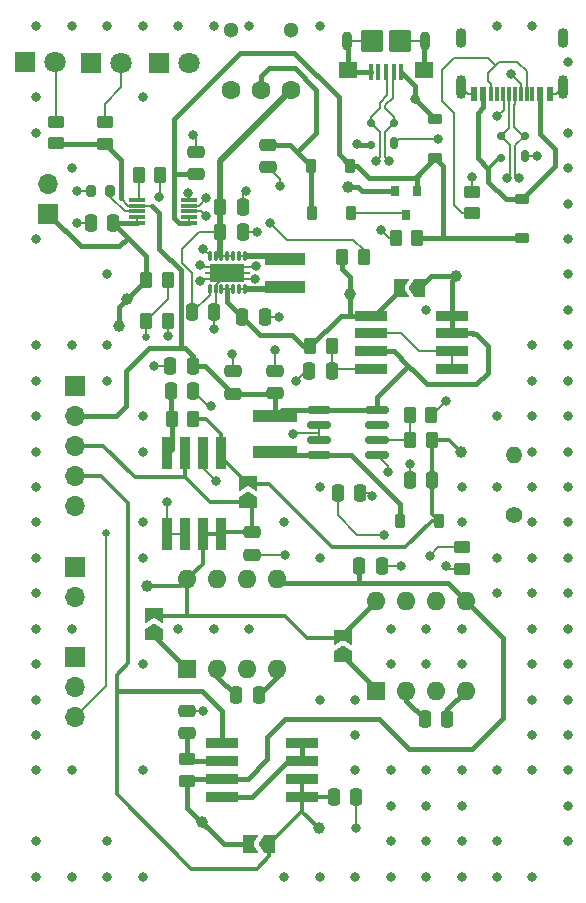
<source format=gbr>
%TF.GenerationSoftware,KiCad,Pcbnew,8.0.3*%
%TF.CreationDate,2024-07-14T14:59:13-06:00*%
%TF.ProjectId,PowerSupplyBoard,506f7765-7253-4757-9070-6c79426f6172,rev?*%
%TF.SameCoordinates,Original*%
%TF.FileFunction,Copper,L1,Top*%
%TF.FilePolarity,Positive*%
%FSLAX46Y46*%
G04 Gerber Fmt 4.6, Leading zero omitted, Abs format (unit mm)*
G04 Created by KiCad (PCBNEW 8.0.3) date 2024-07-14 14:59:13*
%MOMM*%
%LPD*%
G01*
G04 APERTURE LIST*
G04 Aperture macros list*
%AMRoundRect*
0 Rectangle with rounded corners*
0 $1 Rounding radius*
0 $2 $3 $4 $5 $6 $7 $8 $9 X,Y pos of 4 corners*
0 Add a 4 corners polygon primitive as box body*
4,1,4,$2,$3,$4,$5,$6,$7,$8,$9,$2,$3,0*
0 Add four circle primitives for the rounded corners*
1,1,$1+$1,$2,$3*
1,1,$1+$1,$4,$5*
1,1,$1+$1,$6,$7*
1,1,$1+$1,$8,$9*
0 Add four rect primitives between the rounded corners*
20,1,$1+$1,$2,$3,$4,$5,0*
20,1,$1+$1,$4,$5,$6,$7,0*
20,1,$1+$1,$6,$7,$8,$9,0*
20,1,$1+$1,$8,$9,$2,$3,0*%
%AMFreePoly0*
4,1,6,0.900000,0.000000,0.400000,-0.750000,-0.500000,-0.750000,-0.500000,0.750000,0.400000,0.750000,0.900000,0.000000,0.900000,0.000000,$1*%
%AMFreePoly1*
4,1,6,0.650000,-0.750000,-0.650000,-0.750000,-0.150000,0.000000,-0.650000,0.750000,0.650000,0.750000,0.650000,-0.750000,0.650000,-0.750000,$1*%
G04 Aperture macros list end*
%TA.AperFunction,SMDPad,CuDef*%
%ADD10R,0.600000X1.160000*%
%TD*%
%TA.AperFunction,SMDPad,CuDef*%
%ADD11R,0.300000X1.160000*%
%TD*%
%TA.AperFunction,ComponentPad*%
%ADD12O,0.900000X2.000000*%
%TD*%
%TA.AperFunction,ComponentPad*%
%ADD13O,0.900000X1.700000*%
%TD*%
%TA.AperFunction,ComponentPad*%
%ADD14R,1.600000X1.600000*%
%TD*%
%TA.AperFunction,ComponentPad*%
%ADD15O,1.600000X1.600000*%
%TD*%
%TA.AperFunction,SMDPad,CuDef*%
%ADD16RoundRect,0.075000X0.625000X0.075000X-0.625000X0.075000X-0.625000X-0.075000X0.625000X-0.075000X0*%
%TD*%
%TA.AperFunction,SMDPad,CuDef*%
%ADD17RoundRect,0.250000X0.262500X0.450000X-0.262500X0.450000X-0.262500X-0.450000X0.262500X-0.450000X0*%
%TD*%
%TA.AperFunction,ComponentPad*%
%ADD18O,1.700000X1.700000*%
%TD*%
%TA.AperFunction,ComponentPad*%
%ADD19R,1.700000X1.700000*%
%TD*%
%TA.AperFunction,SMDPad,CuDef*%
%ADD20RoundRect,0.225000X0.375000X-0.225000X0.375000X0.225000X-0.375000X0.225000X-0.375000X-0.225000X0*%
%TD*%
%TA.AperFunction,SMDPad,CuDef*%
%ADD21O,0.280000X0.850000*%
%TD*%
%TA.AperFunction,SMDPad,CuDef*%
%ADD22R,0.850000X0.280000*%
%TD*%
%TA.AperFunction,SMDPad,CuDef*%
%ADD23R,3.000000X1.540000*%
%TD*%
%TA.AperFunction,SMDPad,CuDef*%
%ADD24R,3.400000X0.980000*%
%TD*%
%TA.AperFunction,SMDPad,CuDef*%
%ADD25C,1.000000*%
%TD*%
%TA.AperFunction,SMDPad,CuDef*%
%ADD26FreePoly0,90.000000*%
%TD*%
%TA.AperFunction,SMDPad,CuDef*%
%ADD27FreePoly1,90.000000*%
%TD*%
%TA.AperFunction,SMDPad,CuDef*%
%ADD28RoundRect,0.250000X0.450000X-0.262500X0.450000X0.262500X-0.450000X0.262500X-0.450000X-0.262500X0*%
%TD*%
%TA.AperFunction,SMDPad,CuDef*%
%ADD29RoundRect,0.250000X0.475000X-0.250000X0.475000X0.250000X-0.475000X0.250000X-0.475000X-0.250000X0*%
%TD*%
%TA.AperFunction,SMDPad,CuDef*%
%ADD30FreePoly0,180.000000*%
%TD*%
%TA.AperFunction,SMDPad,CuDef*%
%ADD31FreePoly1,180.000000*%
%TD*%
%TA.AperFunction,SMDPad,CuDef*%
%ADD32R,0.950000X2.800000*%
%TD*%
%TA.AperFunction,SMDPad,CuDef*%
%ADD33RoundRect,0.250000X0.250000X0.475000X-0.250000X0.475000X-0.250000X-0.475000X0.250000X-0.475000X0*%
%TD*%
%TA.AperFunction,SMDPad,CuDef*%
%ADD34R,3.700000X1.100000*%
%TD*%
%TA.AperFunction,SMDPad,CuDef*%
%ADD35RoundRect,0.250000X-0.250000X-0.475000X0.250000X-0.475000X0.250000X0.475000X-0.250000X0.475000X0*%
%TD*%
%TA.AperFunction,ComponentPad*%
%ADD36R,1.800000X1.800000*%
%TD*%
%TA.AperFunction,ComponentPad*%
%ADD37C,1.800000*%
%TD*%
%TA.AperFunction,ComponentPad*%
%ADD38C,1.400000*%
%TD*%
%TA.AperFunction,ComponentPad*%
%ADD39O,1.400000X1.400000*%
%TD*%
%TA.AperFunction,SMDPad,CuDef*%
%ADD40RoundRect,0.250000X-0.262500X-0.450000X0.262500X-0.450000X0.262500X0.450000X-0.262500X0.450000X0*%
%TD*%
%TA.AperFunction,SMDPad,CuDef*%
%ADD41RoundRect,0.175000X0.175000X0.325000X-0.175000X0.325000X-0.175000X-0.325000X0.175000X-0.325000X0*%
%TD*%
%TA.AperFunction,SMDPad,CuDef*%
%ADD42RoundRect,0.150000X0.200000X0.150000X-0.200000X0.150000X-0.200000X-0.150000X0.200000X-0.150000X0*%
%TD*%
%TA.AperFunction,SMDPad,CuDef*%
%ADD43RoundRect,0.200000X0.200000X0.275000X-0.200000X0.275000X-0.200000X-0.275000X0.200000X-0.275000X0*%
%TD*%
%TA.AperFunction,SMDPad,CuDef*%
%ADD44RoundRect,0.225000X-0.225000X-0.375000X0.225000X-0.375000X0.225000X0.375000X-0.225000X0.375000X0*%
%TD*%
%TA.AperFunction,SMDPad,CuDef*%
%ADD45RoundRect,0.250000X-0.475000X0.250000X-0.475000X-0.250000X0.475000X-0.250000X0.475000X0.250000X0*%
%TD*%
%TA.AperFunction,SMDPad,CuDef*%
%ADD46RoundRect,0.225000X0.225000X0.375000X-0.225000X0.375000X-0.225000X-0.375000X0.225000X-0.375000X0*%
%TD*%
%TA.AperFunction,SMDPad,CuDef*%
%ADD47RoundRect,0.100000X0.100000X0.575000X-0.100000X0.575000X-0.100000X-0.575000X0.100000X-0.575000X0*%
%TD*%
%TA.AperFunction,ComponentPad*%
%ADD48O,0.900000X1.600000*%
%TD*%
%TA.AperFunction,SMDPad,CuDef*%
%ADD49RoundRect,0.250000X0.550000X0.450000X-0.550000X0.450000X-0.550000X-0.450000X0.550000X-0.450000X0*%
%TD*%
%TA.AperFunction,SMDPad,CuDef*%
%ADD50RoundRect,0.250000X0.700000X0.700000X-0.700000X0.700000X-0.700000X-0.700000X0.700000X-0.700000X0*%
%TD*%
%TA.AperFunction,SMDPad,CuDef*%
%ADD51RoundRect,0.150000X0.825000X0.150000X-0.825000X0.150000X-0.825000X-0.150000X0.825000X-0.150000X0*%
%TD*%
%TA.AperFunction,SMDPad,CuDef*%
%ADD52RoundRect,0.250000X-0.450000X0.262500X-0.450000X-0.262500X0.450000X-0.262500X0.450000X0.262500X0*%
%TD*%
%TA.AperFunction,SMDPad,CuDef*%
%ADD53R,2.800000X0.950000*%
%TD*%
%TA.AperFunction,ComponentPad*%
%ADD54C,1.300000*%
%TD*%
%TA.AperFunction,ComponentPad*%
%ADD55C,1.600000*%
%TD*%
%TA.AperFunction,SMDPad,CuDef*%
%ADD56R,0.800000X0.900000*%
%TD*%
%TA.AperFunction,ViaPad*%
%ADD57C,1.000000*%
%TD*%
%TA.AperFunction,ViaPad*%
%ADD58C,0.800000*%
%TD*%
%TA.AperFunction,ViaPad*%
%ADD59C,0.650000*%
%TD*%
%TA.AperFunction,Conductor*%
%ADD60C,0.450000*%
%TD*%
%TA.AperFunction,Conductor*%
%ADD61C,0.200000*%
%TD*%
%TA.AperFunction,Conductor*%
%ADD62C,0.170180*%
%TD*%
%TA.AperFunction,Conductor*%
%ADD63C,0.350000*%
%TD*%
%TA.AperFunction,Conductor*%
%ADD64C,0.500000*%
%TD*%
G04 APERTURE END LIST*
D10*
%TO.P,J103,A1,GND*%
%TO.N,GND*%
X46400000Y-6860001D03*
%TO.P,J103,A4,VBUS*%
%TO.N,Net-(D107-A)*%
X45600000Y-6860001D03*
D11*
%TO.P,J103,A5,CC1*%
%TO.N,Net-(J103-CC1)*%
X44450000Y-6860001D03*
%TO.P,J103,A6,D+*%
%TO.N,USBC_D+*%
X43450000Y-6860001D03*
%TO.P,J103,A7,D-*%
%TO.N,USBC_D-*%
X42950000Y-6860001D03*
%TO.P,J103,A8,SBU1*%
%TO.N,unconnected-(J103-SBU1-PadA8)*%
X41950000Y-6860001D03*
D10*
%TO.P,J103,A9,VBUS*%
%TO.N,Net-(D107-A)*%
X40800000Y-6860001D03*
%TO.P,J103,A12,GND*%
%TO.N,GND*%
X40000000Y-6860001D03*
%TO.P,J103,B1,GND*%
X40000000Y-6860001D03*
%TO.P,J103,B4,VBUS*%
%TO.N,Net-(D107-A)*%
X40800000Y-6860001D03*
D11*
%TO.P,J103,B5,CC2*%
%TO.N,Net-(J103-CC1)*%
X41450000Y-6860001D03*
%TO.P,J103,B6,D+*%
%TO.N,USBC_D+*%
X42450000Y-6860001D03*
%TO.P,J103,B7,D-*%
%TO.N,USBC_D-*%
X43950000Y-6860001D03*
%TO.P,J103,B8,SBU2*%
%TO.N,unconnected-(J103-SBU2-PadB8)*%
X44950000Y-6860001D03*
D10*
%TO.P,J103,B9,VBUS*%
%TO.N,Net-(D107-A)*%
X45600000Y-6860001D03*
%TO.P,J103,B12,GND*%
%TO.N,GND*%
X46400000Y-6860001D03*
D12*
%TO.P,J103,S1,SHIELD*%
X47520000Y-6280001D03*
D13*
X47520000Y-2110001D03*
D12*
X38880000Y-6280001D03*
D13*
X38880000Y-2110001D03*
%TD*%
D14*
%TO.P,U103,1,BOOST*%
%TO.N,Net-(JP102-A)*%
X15740000Y-55540000D03*
D15*
%TO.P,U103,2,CAP+*%
%TO.N,Net-(U103-CAP+)*%
X18280000Y-55540000D03*
%TO.P,U103,3,GND*%
%TO.N,GND*%
X20819999Y-55540000D03*
%TO.P,U103,4,CAP-*%
%TO.N,Net-(U103-CAP-)*%
X23360000Y-55540000D03*
%TO.P,U103,5,VOUT*%
%TO.N,-12VA*%
X23360000Y-47920000D03*
%TO.P,U103,6,LV*%
%TO.N,unconnected-(U103-LV-Pad6)*%
X20820000Y-47920000D03*
%TO.P,U103,7,OSC*%
%TO.N,unconnected-(U103-OSC-Pad7)*%
X18280000Y-47920000D03*
%TO.P,U103,8,V+*%
%TO.N,+12V*%
X15740000Y-47920000D03*
%TD*%
D16*
%TO.P,U102,1,VDD*%
%TO.N,VDD*%
X15860000Y-17790000D03*
%TO.P,U102,2,VDD*%
X15860000Y-17290000D03*
%TO.P,U102,3,STAT1*%
%TO.N,Net-(D102-K)*%
X15860000Y-16790000D03*
%TO.P,U102,4,STAT2*%
%TO.N,Net-(D101-K)*%
X15860000Y-16290000D03*
%TO.P,U102,5,VSS*%
%TO.N,GND*%
X15860000Y-15790000D03*
%TO.P,U102,6,PROG*%
%TO.N,Net-(U102-PROG)*%
X11460000Y-15790000D03*
%TO.P,U102,7,TE*%
%TO.N,+3.3V*%
X11460000Y-16290000D03*
%TO.P,U102,8,THERM*%
%TO.N,Net-(U102-THERM)*%
X11460000Y-16790000D03*
%TO.P,U102,9,VBATT*%
%TO.N,VBATT*%
X11460000Y-17290000D03*
%TO.P,U102,10,VBATT*%
X11460000Y-17790000D03*
%TD*%
D17*
%TO.P,R102,1*%
%TO.N,VDD*%
X35197500Y-19065000D03*
%TO.P,R102,2*%
%TO.N,GND*%
X33372500Y-19065000D03*
%TD*%
D18*
%TO.P,J105,3,Pin_3*%
%TO.N,BATT_REF*%
X6200000Y-59555000D03*
%TO.P,J105,2,Pin_2*%
%TO.N,USBC_D+*%
X6200000Y-57015000D03*
D19*
%TO.P,J105,1,Pin_1*%
%TO.N,USBC_D-*%
X6200000Y-54475000D03*
%TD*%
D20*
%TO.P,D107,1,K*%
%TO.N,VDD*%
X44080000Y-19050000D03*
%TO.P,D107,2,A*%
%TO.N,Net-(D107-A)*%
X44080000Y-15750000D03*
%TD*%
D19*
%TO.P,J101,1,Pin_1*%
%TO.N,VBATT*%
X3950000Y-17000000D03*
D18*
%TO.P,J101,2,Pin_2*%
%TO.N,GND*%
X3950000Y-14460000D03*
%TD*%
D21*
%TO.P,U101,1,VINA*%
%TO.N,V_PWR*%
X17619999Y-23390000D03*
%TO.P,U101,2,GND*%
%TO.N,GND*%
X18119999Y-23390000D03*
%TO.P,U101,3,FB*%
%TO.N,+3.3VP*%
X18620000Y-23390000D03*
%TO.P,U101,4,VOUT*%
X19119999Y-23390000D03*
%TO.P,U101,5,VOUT*%
X19619998Y-23390000D03*
%TO.P,U101,6,L2*%
%TO.N,Net-(L101-Pad2)*%
X20119999Y-23390000D03*
%TO.P,U101,7,L2*%
X20619999Y-23390000D03*
%TO.P,U101,8,L1*%
%TO.N,Net-(L101-Pad1)*%
X20619999Y-20590000D03*
%TO.P,U101,9,L1*%
X20119999Y-20590000D03*
%TO.P,U101,10,VIN*%
%TO.N,V_PWR*%
X19619998Y-20590000D03*
%TO.P,U101,11,VIN*%
X19119999Y-20590000D03*
%TO.P,U101,12,EN*%
X18620000Y-20590000D03*
%TO.P,U101,13,PSSYNC*%
X18119999Y-20590000D03*
%TO.P,U101,14,PG*%
%TO.N,Net-(D105-K)*%
X17619999Y-20590000D03*
D22*
%TO.P,U101,15,PGND*%
%TO.N,GND*%
X17619999Y-22490000D03*
X20619999Y-22490000D03*
X17619998Y-21990000D03*
D23*
X19120000Y-21990000D03*
D22*
X20619999Y-21990000D03*
X17619999Y-21490000D03*
X20619999Y-21490000D03*
%TD*%
D24*
%TO.P,L101,1,1*%
%TO.N,Net-(L101-Pad1)*%
X24020000Y-20829999D03*
%TO.P,L101,2,2*%
%TO.N,Net-(L101-Pad2)*%
X24020000Y-23200001D03*
%TD*%
D25*
%TO.P,TP101,1,1*%
%TO.N,+3.3V*%
X38465000Y-22295000D03*
%TD*%
D26*
%TO.P,JP103,1,A*%
%TO.N,Net-(JP103-A)*%
X28892500Y-54419999D03*
D27*
%TO.P,JP103,2,B*%
%TO.N,+12V*%
X28892500Y-52920000D03*
%TD*%
D28*
%TO.P,R114,1*%
%TO.N,Net-(J103-CC1)*%
X39850000Y-16942500D03*
%TO.P,R114,2*%
%TO.N,GND*%
X39850000Y-15117500D03*
%TD*%
D29*
%TO.P,C117,1*%
%TO.N,Net-(Q103B-B2)*%
X15725000Y-60949999D03*
%TO.P,C117,2*%
%TO.N,GND*%
X15725000Y-59050001D03*
%TD*%
D30*
%TO.P,JP105,1,A*%
%TO.N,-12V*%
X22624999Y-70350000D03*
D31*
%TO.P,JP105,2,B*%
%TO.N,-12VA*%
X21125000Y-70350000D03*
%TD*%
D28*
%TO.P,R112,1*%
%TO.N,-12VA*%
X15711500Y-64987500D03*
%TO.P,R112,2*%
%TO.N,Net-(Q103B-B2)*%
X15711500Y-63162500D03*
%TD*%
D32*
%TO.P,Q104,1,C1*%
%TO.N,Net-(Q104B-B2)*%
X13995000Y-44063501D03*
%TO.P,Q104,2,C1*%
X15515000Y-44063501D03*
%TO.P,Q104,3,C2*%
%TO.N,+12V*%
X17035000Y-44063501D03*
%TO.P,Q104,4,C2*%
X18555000Y-44063501D03*
%TO.P,Q104,5,E2*%
%TO.N,+12VA*%
X18555000Y-37263501D03*
%TO.P,Q104,6,B2*%
%TO.N,Net-(Q104B-B2)*%
X17035000Y-37263501D03*
%TO.P,Q104,7,E1*%
%TO.N,+12V*%
X15515000Y-37263501D03*
%TO.P,Q104,8,B1*%
%TO.N,Net-(Q104A-B1)*%
X13995000Y-37263501D03*
%TD*%
D25*
%TO.P,TP104,1,1*%
%TO.N,-12VA*%
X16970000Y-68480000D03*
%TD*%
D17*
%TO.P,R110,1*%
%TO.N,+12VA*%
X36422500Y-36135000D03*
%TO.P,R110,2*%
%TO.N,Net-(U105-FB)*%
X34597500Y-36135000D03*
%TD*%
D33*
%TO.P,C103,1*%
%TO.N,Net-(Q102A-B1)*%
X27969999Y-30315000D03*
%TO.P,C103,2*%
%TO.N,GND*%
X26070001Y-30315000D03*
%TD*%
D34*
%TO.P,L102,1,1*%
%TO.N,Net-(D106-A)*%
X23165000Y-37145000D03*
%TO.P,L102,2,2*%
%TO.N,+3.3V*%
X23165000Y-34145000D03*
%TD*%
D35*
%TO.P,C112,1*%
%TO.N,Net-(U104-CAP+)*%
X35852501Y-59800000D03*
%TO.P,C112,2*%
%TO.N,Net-(U104-CAP-)*%
X37752499Y-59800000D03*
%TD*%
D25*
%TO.P,TP106,1,1*%
%TO.N,-12V*%
X26850000Y-69020000D03*
%TD*%
D36*
%TO.P,D102,1,K*%
%TO.N,Net-(D102-K)*%
X7600000Y-4225000D03*
D37*
%TO.P,D102,2,A*%
%TO.N,Net-(D102-A)*%
X10140000Y-4225000D03*
%TD*%
D35*
%TO.P,C113,1*%
%TO.N,-12VA*%
X30280001Y-46830000D03*
%TO.P,C113,2*%
%TO.N,GND*%
X32179999Y-46830000D03*
%TD*%
%TO.P,C104,1*%
%TO.N,V_PWR*%
X16120000Y-25340000D03*
%TO.P,C104,2*%
%TO.N,GND*%
X18019998Y-25340000D03*
%TD*%
%TO.P,C101,1*%
%TO.N,V_PWR*%
X18520000Y-18540000D03*
%TO.P,C101,2*%
%TO.N,GND*%
X20420000Y-18540000D03*
%TD*%
D38*
%TO.P,R115,1*%
%TO.N,GND*%
X43375000Y-42454999D03*
D39*
%TO.P,R115,2*%
X43375000Y-37375000D03*
%TD*%
D40*
%TO.P,R106,1*%
%TO.N,Net-(U102-PROG)*%
X11607500Y-13680000D03*
%TO.P,R106,2*%
%TO.N,GND*%
X13432500Y-13680000D03*
%TD*%
D36*
%TO.P,D101,1,K*%
%TO.N,Net-(D101-K)*%
X1950000Y-4175000D03*
D37*
%TO.P,D101,2,A*%
%TO.N,Net-(D101-A)*%
X4490000Y-4175000D03*
%TD*%
D41*
%TO.P,D109,1,A*%
%TO.N,GND*%
X44280000Y-12090000D03*
D42*
%TO.P,D109,2,K*%
%TO.N,USBC_D+*%
X44280000Y-10390000D03*
%TO.P,D109,3,K*%
%TO.N,USBC_D-*%
X42280000Y-10390000D03*
%TO.P,D109,4,K*%
%TO.N,Net-(D107-A)*%
X42280000Y-12290000D03*
%TD*%
D29*
%TO.P,C106,1*%
%TO.N,VDD*%
X16470000Y-13649999D03*
%TO.P,C106,2*%
%TO.N,GND*%
X16470000Y-11750001D03*
%TD*%
D35*
%TO.P,C108,1*%
%TO.N,+3.3VP*%
X20395000Y-25740000D03*
%TO.P,C108,2*%
%TO.N,GND*%
X22294998Y-25740000D03*
%TD*%
D43*
%TO.P,TH101,1*%
%TO.N,Net-(U102-THERM)*%
X9185000Y-15055000D03*
%TO.P,TH101,2*%
%TO.N,GND*%
X7535000Y-15055000D03*
%TD*%
D25*
%TO.P,TP103,1,1*%
%TO.N,VBATT*%
X9960000Y-26470000D03*
%TD*%
D44*
%TO.P,D104,1,K*%
%TO.N,VCC*%
X26287500Y-16895000D03*
%TO.P,D104,2,A*%
%TO.N,Net-(D104-A)*%
X29587500Y-16895000D03*
%TD*%
D19*
%TO.P,J104,1,Pin_1*%
%TO.N,GND*%
X6200000Y-31535000D03*
D18*
%TO.P,J104,2,Pin_2*%
%TO.N,+3.3V*%
X6200000Y-34075000D03*
%TO.P,J104,3,Pin_3*%
%TO.N,+12V*%
X6200000Y-36615000D03*
%TO.P,J104,4,Pin_4*%
%TO.N,-12V*%
X6200000Y-39155000D03*
%TO.P,J104,5,Pin_5*%
%TO.N,GND*%
X6200000Y-41695000D03*
%TD*%
D33*
%TO.P,C116,1*%
%TO.N,+12VA*%
X36469999Y-39510000D03*
%TO.P,C116,2*%
%TO.N,GND*%
X34570001Y-39510000D03*
%TD*%
D35*
%TO.P,C111,1*%
%TO.N,Net-(U103-CAP+)*%
X19860000Y-57770000D03*
%TO.P,C111,2*%
%TO.N,Net-(U103-CAP-)*%
X21760000Y-57770000D03*
%TD*%
D30*
%TO.P,JP101,1,A*%
%TO.N,+3.3V*%
X35364999Y-23280000D03*
D31*
%TO.P,JP101,2,B*%
%TO.N,+3.3VP*%
X33865000Y-23280000D03*
%TD*%
D45*
%TO.P,C119,1*%
%TO.N,+12V*%
X21225000Y-43950002D03*
%TO.P,C119,2*%
%TO.N,GND*%
X21225000Y-45850000D03*
%TD*%
D26*
%TO.P,JP104,1,A*%
%TO.N,+12V*%
X20875000Y-41400000D03*
D27*
%TO.P,JP104,2,B*%
%TO.N,+12VA*%
X20875000Y-39900001D03*
%TD*%
D46*
%TO.P,D106,1,K*%
%TO.N,+12VA*%
X37020000Y-42980000D03*
%TO.P,D106,2,A*%
%TO.N,Net-(D106-A)*%
X33720000Y-42980000D03*
%TD*%
D47*
%TO.P,J106,1,VBUS*%
%TO.N,Net-(D108-A)*%
X33850000Y-5000000D03*
%TO.P,J106,2,D-*%
%TO.N,USBM_D-*%
X33200000Y-5000000D03*
%TO.P,J106,3,D+*%
%TO.N,USBM_D+*%
X32550000Y-5000001D03*
%TO.P,J106,4,ID*%
%TO.N,unconnected-(J106-ID-Pad4)*%
X31900000Y-5000000D03*
%TO.P,J106,5,GND*%
%TO.N,GND*%
X31250000Y-5000000D03*
D48*
%TO.P,J106,6,Shield*%
X35849999Y-2325000D03*
D49*
X35750000Y-4775000D03*
D50*
X33750000Y-2325000D03*
X31350000Y-2325000D03*
D49*
X29350000Y-4775000D03*
D48*
X29250001Y-2325000D03*
%TD*%
D35*
%TO.P,C118,1*%
%TO.N,Net-(Q104A-B1)*%
X14325001Y-32000000D03*
%TO.P,C118,2*%
%TO.N,GND*%
X16224999Y-32000000D03*
%TD*%
D33*
%TO.P,C109,1*%
%TO.N,VBATT*%
X9459999Y-17785000D03*
%TO.P,C109,2*%
%TO.N,GND*%
X7560001Y-17785000D03*
%TD*%
D40*
%TO.P,R105,1*%
%TO.N,+3.3VP*%
X28837500Y-20680000D03*
%TO.P,R105,2*%
%TO.N,Net-(D105-A)*%
X30662500Y-20680000D03*
%TD*%
D51*
%TO.P,U105,1,Vc*%
%TO.N,Net-(U105-Vc)*%
X31785000Y-37390000D03*
%TO.P,U105,2,FB*%
%TO.N,Net-(U105-FB)*%
X31785000Y-36120000D03*
%TO.P,U105,3,Test*%
%TO.N,unconnected-(U105-Test-Pad3)*%
X31785000Y-34850000D03*
%TO.P,U105,4,SS*%
%TO.N,+3.3V*%
X31785000Y-33580000D03*
%TO.P,U105,5,Vcc*%
X26835000Y-33580000D03*
%TO.P,U105,6,AGND*%
%TO.N,GND*%
X26835000Y-34850000D03*
%TO.P,U105,7,PGND*%
X26835000Y-36120000D03*
%TO.P,U105,8,Vsw*%
%TO.N,Net-(D106-A)*%
X26835000Y-37390000D03*
%TD*%
D40*
%TO.P,R108,1*%
%TO.N,BATT_REF*%
X12267500Y-26055000D03*
%TO.P,R108,2*%
%TO.N,GND*%
X14092500Y-26055000D03*
%TD*%
D35*
%TO.P,C102,1*%
%TO.N,V_PWR*%
X18519999Y-16440000D03*
%TO.P,C102,2*%
%TO.N,GND*%
X20419999Y-16440000D03*
%TD*%
D33*
%TO.P,C107,1*%
%TO.N,+3.3V*%
X16179999Y-29840000D03*
%TO.P,C107,2*%
%TO.N,GND*%
X14280001Y-29840000D03*
%TD*%
D40*
%TO.P,R107,1*%
%TO.N,VBATT*%
X12257500Y-22560000D03*
%TO.P,R107,2*%
%TO.N,BATT_REF*%
X14082500Y-22560000D03*
%TD*%
D45*
%TO.P,C105,1*%
%TO.N,VCC*%
X22560000Y-11130001D03*
%TO.P,C105,2*%
%TO.N,GND*%
X22560000Y-13029999D03*
%TD*%
D28*
%TO.P,R101,1*%
%TO.N,+3.3V*%
X4620000Y-11022500D03*
%TO.P,R101,2*%
%TO.N,Net-(D101-A)*%
X4620000Y-9197500D03*
%TD*%
D20*
%TO.P,D108,1,K*%
%TO.N,VDD*%
X36730000Y-12277500D03*
%TO.P,D108,2,A*%
%TO.N,Net-(D108-A)*%
X36730000Y-8977500D03*
%TD*%
D28*
%TO.P,R104,1*%
%TO.N,+3.3V*%
X8730000Y-11042500D03*
%TO.P,R104,2*%
%TO.N,Net-(D102-A)*%
X8730000Y-9217500D03*
%TD*%
D52*
%TO.P,R109,1*%
%TO.N,Net-(C110-Pad2)*%
X39010000Y-45217500D03*
%TO.P,R109,2*%
%TO.N,GND*%
X39010000Y-47042500D03*
%TD*%
D14*
%TO.P,U104,1,BOOST*%
%TO.N,Net-(JP103-A)*%
X31722500Y-57350000D03*
D15*
%TO.P,U104,2,CAP+*%
%TO.N,Net-(U104-CAP+)*%
X34262500Y-57350000D03*
%TO.P,U104,3,GND*%
%TO.N,GND*%
X36802499Y-57350000D03*
%TO.P,U104,4,CAP-*%
%TO.N,Net-(U104-CAP-)*%
X39342500Y-57350000D03*
%TO.P,U104,5,VOUT*%
%TO.N,-12VA*%
X39342500Y-49730000D03*
%TO.P,U104,6,LV*%
%TO.N,unconnected-(U104-LV-Pad6)*%
X36802500Y-49730000D03*
%TO.P,U104,7,OSC*%
%TO.N,unconnected-(U104-OSC-Pad7)*%
X34262500Y-49730000D03*
%TO.P,U104,8,V+*%
%TO.N,+12V*%
X31722500Y-49730000D03*
%TD*%
D25*
%TO.P,TP102,1,1*%
%TO.N,+3.3VP*%
X29540000Y-23745000D03*
%TD*%
D36*
%TO.P,D105,1,K*%
%TO.N,Net-(D105-K)*%
X13300000Y-4225000D03*
D37*
%TO.P,D105,2,A*%
%TO.N,Net-(D105-A)*%
X15840000Y-4225000D03*
%TD*%
D40*
%TO.P,R103,1*%
%TO.N,+3.3VP*%
X26132500Y-28215000D03*
%TO.P,R103,2*%
%TO.N,Net-(Q102A-B1)*%
X27957500Y-28215000D03*
%TD*%
D53*
%TO.P,Q103,1,C1*%
%TO.N,-12V*%
X25425000Y-66355000D03*
%TO.P,Q103,2,C1*%
X25425000Y-64835000D03*
%TO.P,Q103,3,C2*%
%TO.N,Net-(Q103A-B1)*%
X25425000Y-63315000D03*
%TO.P,Q103,4,C2*%
X25425000Y-61795000D03*
%TO.P,Q103,5,E2*%
%TO.N,-12V*%
X18625000Y-61795000D03*
%TO.P,Q103,6,B2*%
%TO.N,Net-(Q103B-B2)*%
X18625000Y-63315000D03*
%TO.P,Q103,7,E1*%
%TO.N,-12VA*%
X18625000Y-64835000D03*
%TO.P,Q103,8,B1*%
%TO.N,Net-(Q103A-B1)*%
X18625000Y-66355000D03*
%TD*%
D54*
%TO.P,SW101,*%
%TO.N,*%
X24514201Y-1422101D03*
X19434201Y-1422100D03*
D55*
%TO.P,SW101,1,A*%
%TO.N,V_PWR*%
X24514201Y-6502100D03*
%TO.P,SW101,2,B*%
%TO.N,VCC*%
X21974201Y-6502100D03*
%TO.P,SW101,3,C*%
%TO.N,unconnected-(SW101-C-Pad3)*%
X19434202Y-6502100D03*
%TD*%
D56*
%TO.P,Q101,1,G*%
%TO.N,VDD*%
X35210000Y-15090000D03*
%TO.P,Q101,2,S*%
%TO.N,VBATT*%
X33310000Y-15090000D03*
%TO.P,Q101,3,D*%
%TO.N,Net-(D104-A)*%
X34260000Y-17090000D03*
%TD*%
D26*
%TO.P,JP102,1,A*%
%TO.N,Net-(JP102-A)*%
X12930000Y-52569999D03*
D27*
%TO.P,JP102,2,B*%
%TO.N,+12V*%
X12930000Y-51070000D03*
%TD*%
D25*
%TO.P,TP105,1,1*%
%TO.N,+12VA*%
X38930000Y-37185000D03*
%TD*%
D41*
%TO.P,D110,1,A*%
%TO.N,GND*%
X33250000Y-11000000D03*
D42*
%TO.P,D110,2,K*%
%TO.N,USBM_D-*%
X33250000Y-9300000D03*
%TO.P,D110,3,K*%
%TO.N,USBM_D+*%
X31250000Y-9300000D03*
%TO.P,D110,4,K*%
%TO.N,Net-(D108-A)*%
X31250000Y-11200000D03*
%TD*%
D29*
%TO.P,C114,1*%
%TO.N,+3.3V*%
X23190000Y-32184999D03*
%TO.P,C114,2*%
%TO.N,GND*%
X23190000Y-30285001D03*
%TD*%
D40*
%TO.P,R111,1*%
%TO.N,Net-(U105-FB)*%
X34572500Y-34035000D03*
%TO.P,R111,2*%
%TO.N,GND*%
X36397500Y-34035000D03*
%TD*%
D35*
%TO.P,C120,1*%
%TO.N,-12V*%
X28150000Y-66350000D03*
%TO.P,C120,2*%
%TO.N,GND*%
X30050000Y-66350000D03*
%TD*%
D17*
%TO.P,R113,1*%
%TO.N,+12VA*%
X16212500Y-34400000D03*
%TO.P,R113,2*%
%TO.N,Net-(Q104A-B1)*%
X14387500Y-34400000D03*
%TD*%
D53*
%TO.P,Q102,1,C1*%
%TO.N,Net-(Q102B-B2)*%
X38103500Y-30160000D03*
%TO.P,Q102,2,C1*%
X38103500Y-28640000D03*
%TO.P,Q102,3,C2*%
%TO.N,+3.3V*%
X38103500Y-27120000D03*
%TO.P,Q102,4,C2*%
X38103500Y-25600000D03*
%TO.P,Q102,5,E2*%
%TO.N,+3.3VP*%
X31303500Y-25600000D03*
%TO.P,Q102,6,B2*%
%TO.N,Net-(Q102B-B2)*%
X31303500Y-27120000D03*
%TO.P,Q102,7,E1*%
%TO.N,+3.3V*%
X31303500Y-28640000D03*
%TO.P,Q102,8,B1*%
%TO.N,Net-(Q102A-B1)*%
X31303500Y-30160000D03*
%TD*%
D33*
%TO.P,C110,1*%
%TO.N,Net-(U105-Vc)*%
X30379999Y-40660000D03*
%TO.P,C110,2*%
%TO.N,Net-(C110-Pad2)*%
X28480001Y-40660000D03*
%TD*%
D29*
%TO.P,C115,1*%
%TO.N,+3.3V*%
X19565000Y-32209999D03*
%TO.P,C115,2*%
%TO.N,GND*%
X19565000Y-30310001D03*
%TD*%
D44*
%TO.P,D103,1,K*%
%TO.N,VCC*%
X26212500Y-12920000D03*
%TO.P,D103,2,A*%
%TO.N,VDD*%
X29512500Y-12920000D03*
%TD*%
D25*
%TO.P,TP107,1,1*%
%TO.N,+12V*%
X12340000Y-48470000D03*
%TD*%
D19*
%TO.P,J102,1,Pin_1*%
%TO.N,USBM_D+*%
X6200000Y-46915000D03*
D18*
%TO.P,J102,2,Pin_2*%
%TO.N,USBM_D-*%
X6200000Y-49455000D03*
%TD*%
D57*
%TO.N,VBATT*%
X29350000Y-14750000D03*
D58*
%TO.N,USBM_D+*%
X31725000Y-12500000D03*
%TO.N,USBM_D-*%
X32775000Y-12500000D03*
%TO.N,GND*%
X36975000Y-10625000D03*
%TO.N,Net-(D108-A)*%
X30100000Y-11050000D03*
%TO.N,GND*%
X47950000Y-70119999D03*
X47950000Y-67119999D03*
X47950000Y-64119999D03*
X47950000Y-61119999D03*
X47950000Y-58119999D03*
X47950000Y-55119999D03*
X47950000Y-52119999D03*
X47950000Y-49119999D03*
X47950000Y-46119999D03*
X47950000Y-43119999D03*
X47950000Y-40119999D03*
X47950000Y-37119999D03*
X47950000Y-34119999D03*
X47950000Y-31119999D03*
X47950000Y-28119999D03*
X47950000Y-25119999D03*
X47950000Y-22119999D03*
X47950000Y-19119999D03*
X47950000Y-16119999D03*
X47950000Y-13119999D03*
X47950000Y-10119999D03*
X47950000Y-4119999D03*
X44950000Y-73119999D03*
X44950000Y-64119999D03*
X44950000Y-61119999D03*
X44950000Y-58119999D03*
X44950000Y-55119999D03*
X44950000Y-52119999D03*
X44950000Y-49119999D03*
X44950000Y-46119999D03*
X44950000Y-43119999D03*
X44950000Y-40119999D03*
X44950000Y-37119999D03*
X44950000Y-34119999D03*
X44950000Y-31119999D03*
X44950000Y-28119999D03*
X44950000Y-1119999D03*
X41950000Y-73119999D03*
X41950000Y-70119999D03*
X41950000Y-64119999D03*
X41950000Y-49119999D03*
X41950000Y-46119999D03*
X41950000Y-40119999D03*
X41950000Y-34119999D03*
X41950000Y-1119999D03*
X38950000Y-73119999D03*
X38950000Y-70119999D03*
X38950000Y-67119999D03*
X38950000Y-64119999D03*
X38950000Y-55119999D03*
X38950000Y-52119999D03*
X38950000Y-43119999D03*
X38950000Y-40119999D03*
X35950000Y-73119999D03*
X35950000Y-70119999D03*
X35950000Y-67119999D03*
X35950000Y-64119999D03*
X35950000Y-55119999D03*
X35950000Y-52119999D03*
X35950000Y-25119999D03*
X32950000Y-73119999D03*
X32950000Y-70119999D03*
X32950000Y-67119999D03*
X32950000Y-64119999D03*
X32950000Y-55119999D03*
X32950000Y-52119999D03*
X29950000Y-73119999D03*
X29950000Y-64119999D03*
X29950000Y-61119999D03*
X29950000Y-58119999D03*
X26950000Y-73119999D03*
X26950000Y-58119999D03*
X26950000Y-46119999D03*
X26950000Y-40119999D03*
X26950000Y-1119999D03*
X23950000Y-73119999D03*
X23950000Y-43119999D03*
X20950000Y-52119999D03*
X20950000Y-1119999D03*
X17950000Y-52119999D03*
X17950000Y-1119999D03*
X14950000Y-52119999D03*
X14950000Y-1119999D03*
X11950000Y-73119999D03*
X11950000Y-64119999D03*
X11950000Y-55119999D03*
X11950000Y-46119999D03*
X11950000Y-43119999D03*
X11950000Y-37119999D03*
X11950000Y-34119999D03*
X11950000Y-7119999D03*
X11950000Y-1119999D03*
X8950000Y-73119999D03*
X8950000Y-70119999D03*
X8950000Y-31119999D03*
X8950000Y-28119999D03*
X8950000Y-22119999D03*
X8950000Y-1119999D03*
X5950000Y-73119999D03*
X5950000Y-64119999D03*
X5950000Y-52119999D03*
X5950000Y-28119999D03*
X5950000Y-13119999D03*
X5950000Y-1119999D03*
X2950000Y-73119999D03*
X2950000Y-70119999D03*
X2950000Y-64119999D03*
X2950000Y-61119999D03*
X2950000Y-58119999D03*
X2950000Y-55119999D03*
X2950000Y-52119999D03*
X2950000Y-49119999D03*
X2950000Y-46119999D03*
X2950000Y-43119999D03*
X2950000Y-40119999D03*
X2950000Y-37119999D03*
X2950000Y-34119999D03*
X2950000Y-31119999D03*
X2950000Y-28119999D03*
X2950000Y-19119999D03*
X2950000Y-10119999D03*
X2950000Y-7119999D03*
X2950000Y-1119999D03*
D59*
%TO.N,BATT_REF*%
X8820000Y-44010000D03*
D58*
%TO.N,Net-(D108-A)*%
X34996250Y-7243750D03*
%TO.N,Net-(Q104B-B2)*%
X13980000Y-41420000D03*
X18170000Y-39630000D03*
%TO.N,GND*%
X6370000Y-15040000D03*
X6410000Y-17790000D03*
%TO.N,Net-(U105-Vc)*%
X31400000Y-40880000D03*
%TO.N,GND*%
X37600000Y-46790000D03*
%TO.N,Net-(C110-Pad2)*%
X32420000Y-44170000D03*
X36260000Y-45940000D03*
%TO.N,GND*%
X33810000Y-46830000D03*
X24030000Y-45850000D03*
X17060000Y-59060000D03*
X30050000Y-68970000D03*
X37650000Y-32810000D03*
X34570000Y-38140000D03*
%TO.N,Net-(U105-Vc)*%
X32710000Y-38880000D03*
%TO.N,GND*%
X24710000Y-35600000D03*
X24900000Y-31180000D03*
X23170000Y-28520000D03*
X19550000Y-28900000D03*
X17760000Y-33270000D03*
X12940000Y-29850000D03*
X15800000Y-15230000D03*
X16170000Y-10290000D03*
X13350000Y-15540000D03*
%TO.N,Net-(D102-K)*%
X17270000Y-17210000D03*
%TO.N,Net-(D101-K)*%
X17320000Y-15680000D03*
%TO.N,GND*%
X23560000Y-14670000D03*
X20720000Y-15060000D03*
%TO.N,Net-(D105-A)*%
X22740000Y-17800000D03*
%TO.N,GND*%
X21610000Y-18540000D03*
%TO.N,Net-(D105-K)*%
X17060000Y-19930000D03*
%TO.N,GND*%
X16830000Y-22670000D03*
X16840000Y-21290000D03*
X21490000Y-22500000D03*
X21540000Y-21440000D03*
X23480000Y-25740000D03*
D57*
%TO.N,VBATT*%
X10628750Y-24188750D03*
D59*
%TO.N,BATT_REF*%
X12260000Y-27460000D03*
D58*
%TO.N,GND*%
X14080000Y-27300000D03*
X18020000Y-26780000D03*
X32110000Y-18360000D03*
X39870000Y-13880000D03*
%TO.N,USBC_D+*%
X43831373Y-13948630D03*
%TO.N,USBC_D-*%
X42831429Y-13959468D03*
%TO.N,GND*%
X45370000Y-12090000D03*
%TO.N,USBC_D+*%
X41950000Y-8710000D03*
%TO.N,USBC_D-*%
X43110000Y-5130000D03*
%TD*%
D60*
%TO.N,VBATT*%
X29350000Y-14750000D02*
X30175000Y-14750000D01*
X30515000Y-15090000D02*
X33310000Y-15090000D01*
X30175000Y-14750000D02*
X30515000Y-15090000D01*
D61*
%TO.N,USBM_D+*%
X31250000Y-9300000D02*
X32024999Y-10074999D01*
%TO.N,USBM_D-*%
X32475001Y-12200001D02*
X32775000Y-12500000D01*
%TO.N,USBM_D+*%
X32024999Y-10074999D02*
X32024999Y-12200001D01*
X32024999Y-12200001D02*
X31725000Y-12500000D01*
%TO.N,USBM_D-*%
X33250000Y-9300000D02*
X32475001Y-10074999D01*
X32475001Y-10074999D02*
X32475001Y-12200001D01*
%TO.N,USBM_D+*%
X32025000Y-7581800D02*
X32025000Y-7999999D01*
X32025000Y-7999999D02*
X31250000Y-8774999D01*
X31250000Y-8774999D02*
X31250000Y-9300000D01*
%TO.N,USBM_D-*%
X32475000Y-7768200D02*
X32475000Y-7999999D01*
X32475000Y-7999999D02*
X33250000Y-8774999D01*
X33100000Y-7143200D02*
X32475000Y-7768200D01*
%TO.N,USBM_D+*%
X32649999Y-6956801D02*
X32025000Y-7581800D01*
%TO.N,USBM_D-*%
X33250000Y-8774999D02*
X33250000Y-9300000D01*
%TO.N,USBM_D+*%
X32550000Y-5000001D02*
X32649999Y-5100000D01*
%TO.N,USBM_D-*%
X33100000Y-5100000D02*
X33100000Y-7143200D01*
%TO.N,USBM_D+*%
X32649999Y-5100000D02*
X32649999Y-6956801D01*
%TO.N,USBM_D-*%
X33200000Y-5000000D02*
X33100000Y-5100000D01*
%TO.N,GND*%
X33625000Y-10625000D02*
X36975000Y-10625000D01*
X33250000Y-11000000D02*
X33625000Y-10625000D01*
D60*
%TO.N,Net-(D108-A)*%
X30250000Y-11200000D02*
X30100000Y-11050000D01*
X31250000Y-11200000D02*
X30250000Y-11200000D01*
X34996250Y-7243750D02*
X34996250Y-6146250D01*
X34996250Y-6146250D02*
X33850000Y-5000000D01*
%TO.N,VDD*%
X29512500Y-12920000D02*
X30060000Y-12920000D01*
X30060000Y-12920000D02*
X30060000Y-12940000D01*
X30060000Y-12940000D02*
X31070000Y-13950000D01*
X35057500Y-13950000D02*
X35618750Y-13388750D01*
X31070000Y-13950000D02*
X35057500Y-13950000D01*
X20170000Y-3390000D02*
X24790000Y-3390000D01*
X24790000Y-3390000D02*
X28540000Y-7140000D01*
X14602589Y-8957411D02*
X20170000Y-3390000D01*
X28540000Y-7140000D02*
X28540000Y-11947500D01*
X14602589Y-13807411D02*
X14602589Y-8957411D01*
X28540000Y-11947500D02*
X29512500Y-12920000D01*
%TO.N,VCC*%
X24810000Y-4660000D02*
X26620000Y-6470000D01*
X21974201Y-5335799D02*
X22650000Y-4660000D01*
X22650000Y-4660000D02*
X24810000Y-4660000D01*
X26620000Y-6470000D02*
X26620000Y-10160000D01*
X21974201Y-6502100D02*
X21974201Y-5335799D01*
X26620000Y-10160000D02*
X25036250Y-11743750D01*
D61*
%TO.N,BATT_REF*%
X8820000Y-56935000D02*
X8820000Y-44010000D01*
D60*
%TO.N,Net-(D108-A)*%
X34996250Y-7243750D02*
X36730000Y-8977500D01*
D61*
%TO.N,Net-(Q104B-B2)*%
X13995000Y-41435000D02*
X13980000Y-41420000D01*
X13995000Y-44063501D02*
X13995000Y-41435000D01*
X17035000Y-37263501D02*
X17035000Y-38495000D01*
X17035000Y-38495000D02*
X18170000Y-39630000D01*
%TO.N,GND*%
X6385000Y-15055000D02*
X6370000Y-15040000D01*
X7535000Y-15055000D02*
X6385000Y-15055000D01*
X6415000Y-17785000D02*
X6410000Y-17790000D01*
X7560001Y-17785000D02*
X6415000Y-17785000D01*
%TO.N,Net-(U105-Vc)*%
X30379999Y-40660000D02*
X31180000Y-40660000D01*
X31180000Y-40660000D02*
X31400000Y-40880000D01*
%TO.N,GND*%
X37852500Y-47042500D02*
X37600000Y-46790000D01*
X39010000Y-47042500D02*
X37852500Y-47042500D01*
%TO.N,Net-(C110-Pad2)*%
X30120000Y-44170000D02*
X32420000Y-44170000D01*
X36982500Y-45217500D02*
X36260000Y-45940000D01*
%TO.N,GND*%
X32179999Y-46830000D02*
X33810000Y-46830000D01*
X21225000Y-45850000D02*
X24030000Y-45850000D01*
X17050001Y-59050001D02*
X17060000Y-59060000D01*
X15725000Y-59050001D02*
X17050001Y-59050001D01*
X30050000Y-66350000D02*
X30050000Y-68970000D01*
X36425000Y-34035000D02*
X37650000Y-32810000D01*
X36397500Y-34035000D02*
X36425000Y-34035000D01*
X34570001Y-38140001D02*
X34570000Y-38140000D01*
X34570001Y-39510000D02*
X34570001Y-38140001D01*
%TO.N,Net-(U105-Vc)*%
X32710000Y-38315000D02*
X32710000Y-38880000D01*
%TO.N,GND*%
X24730000Y-35580000D02*
X24710000Y-35600000D01*
X26835000Y-35580000D02*
X24730000Y-35580000D01*
X26835000Y-36120000D02*
X26835000Y-35580000D01*
X26835000Y-35580000D02*
X26835000Y-34850000D01*
X25765000Y-30315000D02*
X24900000Y-31180000D01*
X26070001Y-30315000D02*
X25765000Y-30315000D01*
X23190000Y-28540000D02*
X23170000Y-28520000D01*
X23190000Y-30285001D02*
X23190000Y-28540000D01*
X19565000Y-28915000D02*
X19550000Y-28900000D01*
X19565000Y-30310001D02*
X19565000Y-28915000D01*
X17494999Y-33270000D02*
X17760000Y-33270000D01*
X16224999Y-32000000D02*
X17494999Y-33270000D01*
X12950000Y-29840000D02*
X12940000Y-29850000D01*
X14280001Y-29840000D02*
X12950000Y-29840000D01*
X15860000Y-15290000D02*
X15800000Y-15230000D01*
X15860000Y-15790000D02*
X15860000Y-15290000D01*
X16470000Y-10590000D02*
X16170000Y-10290000D01*
X16470000Y-11750001D02*
X16470000Y-10590000D01*
X13432500Y-15457500D02*
X13350000Y-15540000D01*
X13432500Y-13680000D02*
X13432500Y-15457500D01*
%TO.N,Net-(D102-K)*%
X15860000Y-16790000D02*
X16850000Y-16790000D01*
X16850000Y-16790000D02*
X17270000Y-17210000D01*
%TO.N,Net-(D101-K)*%
X16709998Y-16290000D02*
X16710000Y-16290000D01*
X16710000Y-16290000D02*
X17320000Y-15680000D01*
X15860000Y-16290000D02*
X16709998Y-16290000D01*
X16709998Y-16290000D02*
X16709999Y-16290001D01*
%TO.N,GND*%
X23560000Y-14029999D02*
X23560000Y-14670000D01*
X22560000Y-13029999D02*
X23560000Y-14029999D01*
X20419999Y-15360001D02*
X20720000Y-15060000D01*
X20419999Y-16440000D02*
X20419999Y-15360001D01*
%TO.N,Net-(D105-A)*%
X24130000Y-19190000D02*
X22740000Y-17800000D01*
%TO.N,GND*%
X20420000Y-18540000D02*
X21610000Y-18540000D01*
%TO.N,Net-(D105-K)*%
X17619999Y-20590000D02*
X17619999Y-20489999D01*
X17619999Y-20489999D02*
X17060000Y-19930000D01*
%TO.N,GND*%
X17010000Y-22490000D02*
X16830000Y-22670000D01*
X17619999Y-22490000D02*
X17010000Y-22490000D01*
X17040000Y-21490000D02*
X16840000Y-21290000D01*
X17619999Y-21490000D02*
X17040000Y-21490000D01*
X21480000Y-22490000D02*
X21490000Y-22500000D01*
X20619999Y-22490000D02*
X21480000Y-22490000D01*
X21490000Y-21490000D02*
X21540000Y-21440000D01*
X20619999Y-21490000D02*
X21490000Y-21490000D01*
X22294998Y-25740000D02*
X23480000Y-25740000D01*
X14092500Y-27287500D02*
X14080000Y-27300000D01*
X14092500Y-26055000D02*
X14092500Y-27287500D01*
X18019998Y-26779998D02*
X18020000Y-26780000D01*
X18019998Y-25340000D02*
X18019998Y-26779998D01*
X32815000Y-19065000D02*
X32110000Y-18360000D01*
X33372500Y-19065000D02*
X32815000Y-19065000D01*
X39850000Y-13900000D02*
X39870000Y-13880000D01*
X39850000Y-15117500D02*
X39850000Y-13900000D01*
%TO.N,USBC_D+*%
X43505001Y-13750001D02*
X43703630Y-13948630D01*
X43703630Y-13948630D02*
X43831373Y-13948630D01*
%TO.N,USBC_D-*%
X43054999Y-13750001D02*
X43040896Y-13750001D01*
X43040896Y-13750001D02*
X42831429Y-13959468D01*
%TO.N,GND*%
X44280000Y-12090000D02*
X45370000Y-12090000D01*
%TO.N,USBC_D+*%
X42500000Y-8160000D02*
X41950000Y-8710000D01*
%TO.N,Net-(J103-CC1)*%
X38982500Y-16942500D02*
X38290000Y-16250000D01*
X38290000Y-16250000D02*
X38290000Y-8440000D01*
X39850000Y-16942500D02*
X38982500Y-16942500D01*
X38310000Y-3820000D02*
X41180000Y-3820000D01*
X41790000Y-4430000D02*
X41790000Y-4440000D01*
X38290000Y-8440000D02*
X37320000Y-7470000D01*
X37320000Y-7470000D02*
X37320000Y-4810000D01*
X37320000Y-4810000D02*
X38310000Y-3820000D01*
X41180000Y-3820000D02*
X41790000Y-4430000D01*
D62*
X41790000Y-4440000D02*
X42100000Y-4130000D01*
X42100000Y-4130000D02*
X43640000Y-4130000D01*
X43640000Y-4130000D02*
X44449999Y-4939999D01*
X44449999Y-4939999D02*
X44449999Y-6860001D01*
D60*
%TO.N,VBATT*%
X9960000Y-26470000D02*
X9960000Y-24857500D01*
X9960000Y-24857500D02*
X10628750Y-24188750D01*
D63*
%TO.N,-12V*%
X9750000Y-57450000D02*
X9750000Y-56010000D01*
X9750000Y-56010000D02*
X10740000Y-55020000D01*
X10740000Y-55020000D02*
X10740000Y-41510000D01*
X10740000Y-41510000D02*
X8385000Y-39155000D01*
X8385000Y-39155000D02*
X6200000Y-39155000D01*
%TO.N,+12V*%
X12340000Y-48470000D02*
X15190000Y-48470000D01*
X15190000Y-48470000D02*
X15740000Y-47920000D01*
%TO.N,-12V*%
X9750000Y-66140000D02*
X9750000Y-57450000D01*
D60*
X17010000Y-57430000D02*
X9770000Y-57430000D01*
X18625000Y-61795000D02*
X18625000Y-59045000D01*
X18625000Y-59045000D02*
X17010000Y-57430000D01*
X9770000Y-57430000D02*
X9750000Y-57450000D01*
D63*
X16040000Y-72430000D02*
X9750000Y-66140000D01*
X22624999Y-71395001D02*
X21590000Y-72430000D01*
X21590000Y-72430000D02*
X16040000Y-72430000D01*
X22624999Y-70350000D02*
X22624999Y-71395001D01*
D60*
%TO.N,+3.3V*%
X6200000Y-34075000D02*
X9715000Y-34075000D01*
X9715000Y-34075000D02*
X10530000Y-33260000D01*
X10530000Y-33260000D02*
X10530000Y-30330000D01*
X12470000Y-28390000D02*
X15160000Y-28390000D01*
X10530000Y-30330000D02*
X12470000Y-28390000D01*
D61*
%TO.N,BATT_REF*%
X6200000Y-59555000D02*
X8820000Y-56935000D01*
D63*
%TO.N,+12V*%
X8595000Y-36615000D02*
X6200000Y-36615000D01*
X15515000Y-39275000D02*
X11255000Y-39275000D01*
X11255000Y-39275000D02*
X8595000Y-36615000D01*
%TO.N,Net-(D107-A)*%
X42280000Y-12290000D02*
X42110000Y-12290000D01*
X42110000Y-12290000D02*
X41210000Y-13190000D01*
D60*
X40310000Y-12290000D02*
X40310000Y-8460000D01*
X40310000Y-8460000D02*
X40800000Y-7970000D01*
X40310000Y-12290000D02*
X41210000Y-13190000D01*
X41210000Y-13190000D02*
X41210000Y-14290000D01*
X42670000Y-15750000D02*
X44080000Y-15750000D01*
X41210000Y-14290000D02*
X42670000Y-15750000D01*
X45600000Y-6860001D02*
X45600000Y-10200000D01*
X46870000Y-12960000D02*
X44080000Y-15750000D01*
X45600000Y-10200000D02*
X46870000Y-11470000D01*
X46870000Y-11470000D02*
X46870000Y-12960000D01*
D61*
%TO.N,USBC_D-*%
X43950000Y-6860001D02*
X43950000Y-5970000D01*
X43950000Y-5970000D02*
X43110000Y-5130000D01*
%TO.N,USBC_D+*%
X42500000Y-6910001D02*
X42500000Y-8160000D01*
X42450000Y-6860001D02*
X42500000Y-6910001D01*
%TO.N,USBC_D-*%
X42280000Y-10390000D02*
X43054999Y-11164999D01*
%TO.N,USBC_D+*%
X44280000Y-10390000D02*
X43505001Y-11164999D01*
%TO.N,USBC_D-*%
X43054999Y-11164999D02*
X43054999Y-13750001D01*
%TO.N,USBC_D+*%
X43505001Y-11164999D02*
X43505001Y-13750001D01*
D60*
%TO.N,Net-(D107-A)*%
X40800000Y-6860001D02*
X40800000Y-7970000D01*
%TO.N,VDD*%
X37370000Y-19055000D02*
X37375000Y-19050000D01*
X37375000Y-19050000D02*
X44080000Y-19050000D01*
D61*
%TO.N,USBC_D+*%
X43450000Y-6860001D02*
X43450000Y-7730002D01*
X43450000Y-7730002D02*
X43425000Y-7755002D01*
X43425000Y-7755002D02*
X43425000Y-9665000D01*
X44150000Y-10390000D02*
X44280000Y-10390000D01*
X43425000Y-9665000D02*
X44150000Y-10390000D01*
%TO.N,USBC_D-*%
X42950000Y-6860001D02*
X42950000Y-7730002D01*
X42950000Y-7730002D02*
X42975000Y-7755002D01*
X42975000Y-7755002D02*
X42975000Y-9695000D01*
X42975000Y-9695000D02*
X42280000Y-10390000D01*
D60*
%TO.N,VDD*%
X37365000Y-19060000D02*
X37360000Y-19065000D01*
D61*
%TO.N,V_PWR*%
X16120000Y-25340000D02*
X17619999Y-23840001D01*
D64*
X18519999Y-12496302D02*
X24514201Y-6502100D01*
D61*
X16730000Y-18540000D02*
X18520000Y-18540000D01*
X16120000Y-21960000D02*
X15300000Y-21140000D01*
X16120000Y-25340000D02*
X16120000Y-21960000D01*
X15300000Y-19970000D02*
X16730000Y-18540000D01*
X17619999Y-23840001D02*
X17619999Y-23390000D01*
D64*
X18520000Y-20490000D02*
X18620000Y-20590000D01*
X18519999Y-18539999D02*
X18520000Y-18540000D01*
X18519999Y-16440000D02*
X18519999Y-12496302D01*
X18520000Y-18540000D02*
X18520000Y-20490000D01*
D61*
X18119999Y-20590000D02*
X19619998Y-20590000D01*
X15300000Y-21140000D02*
X15300000Y-19970000D01*
D64*
X18519999Y-16440000D02*
X18519999Y-18539999D01*
D61*
%TO.N,GND*%
X39460000Y-6860001D02*
X38880000Y-6280001D01*
X18119999Y-25239999D02*
X18119999Y-23390000D01*
X46940000Y-6860001D02*
X47520000Y-6280001D01*
X40000000Y-6860001D02*
X39460000Y-6860001D01*
X19112746Y-21990000D02*
X19120000Y-21990000D01*
D60*
X35750000Y-4775000D02*
X35750000Y-2424999D01*
X29350000Y-2424999D02*
X29250001Y-2325000D01*
X29350000Y-4775000D02*
X29350000Y-2424999D01*
D61*
X31350000Y-2325000D02*
X29250001Y-2325000D01*
X33750000Y-2325000D02*
X35849999Y-2325000D01*
X18119999Y-23390000D02*
X18119999Y-22982747D01*
D60*
X29575000Y-5000000D02*
X29350000Y-4775000D01*
D61*
X18119999Y-22982747D02*
X19112746Y-21990000D01*
D60*
X35750000Y-2424999D02*
X35849999Y-2325000D01*
D61*
X46400000Y-6860001D02*
X46940000Y-6860001D01*
D60*
X31250000Y-5000000D02*
X29575000Y-5000000D01*
D61*
%TO.N,Net-(Q102A-B1)*%
X27969999Y-28227499D02*
X27957500Y-28215000D01*
X27969999Y-30315000D02*
X27969999Y-28227499D01*
X28124999Y-30160000D02*
X27969999Y-30315000D01*
X31303500Y-30160000D02*
X28124999Y-30160000D01*
D60*
%TO.N,VCC*%
X26212500Y-16820000D02*
X26287500Y-16895000D01*
X26212500Y-12920000D02*
X26212500Y-16820000D01*
X25036250Y-11743750D02*
X26212500Y-12920000D01*
X22560000Y-11130001D02*
X24422501Y-11130001D01*
X24422501Y-11130001D02*
X25036250Y-11743750D01*
%TO.N,VDD*%
X37370000Y-19055000D02*
X37360000Y-19065000D01*
X16470000Y-13649999D02*
X14760001Y-13649999D01*
X35197500Y-19065000D02*
X36690000Y-19065000D01*
X35210000Y-13797500D02*
X35618750Y-13388750D01*
X35210000Y-15090000D02*
X35210000Y-13797500D01*
D61*
X15860000Y-17610000D02*
X15860000Y-17790000D01*
D60*
X14602589Y-17332589D02*
X15060000Y-17790000D01*
D61*
X15860000Y-17289999D02*
X15860000Y-17610000D01*
D60*
X14760001Y-13649999D02*
X14602589Y-13807411D01*
X15060000Y-17790000D02*
X15860000Y-17790000D01*
X37370000Y-12917500D02*
X37370000Y-19055000D01*
X36690000Y-19065000D02*
X37360000Y-19065000D01*
X14602589Y-13807411D02*
X14602589Y-17332589D01*
X35618750Y-13388750D02*
X36730000Y-12277500D01*
X36730000Y-12277500D02*
X37370000Y-12917500D01*
%TO.N,+3.3V*%
X15160000Y-28390000D02*
X15160000Y-21742462D01*
X38465000Y-22295000D02*
X36349999Y-22295000D01*
X36349999Y-22295000D02*
X35364999Y-23280000D01*
X8730000Y-11042500D02*
X10130000Y-12442500D01*
X16179999Y-29840000D02*
X17195001Y-29840000D01*
X40210000Y-31440000D02*
X41210000Y-30440000D01*
X31303500Y-28640000D02*
X33240000Y-28640000D01*
X13350000Y-19932462D02*
X13350000Y-16910000D01*
X38103500Y-27120000D02*
X38103500Y-25600000D01*
X36040000Y-31440000D02*
X40210000Y-31440000D01*
X13350000Y-16910000D02*
X12730001Y-16290001D01*
X15160000Y-21742462D02*
X13350000Y-19932462D01*
X34975000Y-30375000D02*
X36040000Y-31440000D01*
X15160000Y-28390000D02*
X15530000Y-28390000D01*
X10130000Y-12442500D02*
X10130000Y-15692410D01*
X41210000Y-30440000D02*
X41210000Y-28150000D01*
X17195001Y-29840000D02*
X19565000Y-32209999D01*
X39910000Y-27130000D02*
X39900000Y-27120000D01*
X26835000Y-33580000D02*
X31785000Y-33580000D01*
X38103500Y-25600000D02*
X38103500Y-22656500D01*
X16179999Y-29039999D02*
X16179999Y-29840000D01*
D61*
X10727591Y-16290001D02*
X10130000Y-15692410D01*
D60*
X39900000Y-27120000D02*
X38103500Y-27120000D01*
X8730000Y-11042500D02*
X4640000Y-11042500D01*
X31785000Y-33580000D02*
X31785000Y-32515000D01*
X26835000Y-33580000D02*
X23730000Y-33580000D01*
X34450000Y-29850000D02*
X34975000Y-30375000D01*
X23730000Y-33580000D02*
X23165000Y-34145000D01*
D61*
X11460000Y-16290001D02*
X12730001Y-16290001D01*
D60*
X40190000Y-27130000D02*
X39910000Y-27130000D01*
X15530000Y-28390000D02*
X16179999Y-29039999D01*
X19565000Y-32209999D02*
X23165000Y-32209999D01*
X31785000Y-32515000D02*
X34450000Y-29850000D01*
X23165000Y-32209999D02*
X23190000Y-32184999D01*
X4640000Y-11042500D02*
X4620000Y-11022500D01*
X38103500Y-22656500D02*
X38465000Y-22295000D01*
D61*
X11460000Y-16290001D02*
X10727591Y-16290001D01*
D60*
X23165000Y-34145000D02*
X23165000Y-32209999D01*
X41210000Y-28150000D02*
X40190000Y-27130000D01*
X33240000Y-28640000D02*
X34450000Y-29850000D01*
%TO.N,+3.3VP*%
X29540000Y-22370000D02*
X28837500Y-21667500D01*
X29540000Y-23745000D02*
X29540000Y-25580000D01*
X31303500Y-25600000D02*
X31545000Y-25600000D01*
X29540000Y-25580000D02*
X29560000Y-25600000D01*
X24550000Y-27250000D02*
X25515000Y-28215000D01*
X26132500Y-28215000D02*
X28747500Y-25600000D01*
X28837500Y-21667500D02*
X28837500Y-20680000D01*
X21905000Y-27250000D02*
X24550000Y-27250000D01*
X28747500Y-25600000D02*
X29560000Y-25600000D01*
X20395000Y-25740000D02*
X21905000Y-27250000D01*
X31545000Y-25600000D02*
X33865000Y-23280000D01*
X29560000Y-25600000D02*
X31303500Y-25600000D01*
D61*
X18620000Y-23390000D02*
X19619998Y-23390000D01*
D60*
X29540000Y-23745000D02*
X29540000Y-22370000D01*
X25515000Y-28215000D02*
X26132500Y-28215000D01*
X20395000Y-25740000D02*
X19119999Y-24464999D01*
X19119999Y-24464999D02*
X19119999Y-23390000D01*
%TO.N,VBATT*%
X9960000Y-19750000D02*
X10692500Y-19017500D01*
X3950000Y-17000000D02*
X6700000Y-19750000D01*
D61*
X11460000Y-17289999D02*
X11460000Y-17790000D01*
D60*
X12257500Y-20582501D02*
X10692500Y-19017500D01*
X11460000Y-17790000D02*
X9464999Y-17790000D01*
X9464999Y-17790000D02*
X9459999Y-17785000D01*
X12257500Y-22560000D02*
X12257500Y-20582501D01*
X10692500Y-19017500D02*
X9459999Y-17785000D01*
X6700000Y-19750000D02*
X9960000Y-19750000D01*
X10628750Y-24188750D02*
X12257500Y-22560000D01*
D61*
%TO.N,Net-(U105-Vc)*%
X32710000Y-38315000D02*
X31785000Y-37390000D01*
%TO.N,Net-(C110-Pad2)*%
X28480001Y-42530001D02*
X30120000Y-44170000D01*
X28480001Y-40660000D02*
X28480001Y-42530001D01*
X36982500Y-45217500D02*
X39010000Y-45217500D01*
D60*
%TO.N,Net-(U103-CAP-)*%
X23360000Y-56170000D02*
X21760000Y-57770000D01*
X23360000Y-55540000D02*
X23360000Y-56170000D01*
%TO.N,Net-(U103-CAP+)*%
X18280000Y-55540000D02*
X18280000Y-56190000D01*
X18280000Y-56190000D02*
X19860000Y-57770000D01*
%TO.N,Net-(U104-CAP+)*%
X34262500Y-57350000D02*
X34262500Y-58209999D01*
X34262500Y-58209999D02*
X35852501Y-59800000D01*
%TO.N,Net-(U104-CAP-)*%
X37752499Y-58940001D02*
X39342500Y-57350000D01*
X37752499Y-59800000D02*
X37752499Y-58940001D01*
%TO.N,-12VA*%
X23650000Y-48210000D02*
X23360000Y-47920000D01*
X15711500Y-64987500D02*
X15711500Y-67271500D01*
X30280001Y-48209999D02*
X30280000Y-48210000D01*
X24030000Y-59740000D02*
X31920000Y-59740000D01*
X30280001Y-46830000D02*
X30280001Y-48209999D01*
X42470000Y-59680000D02*
X42470000Y-52930000D01*
X18790000Y-70350000D02*
X21125000Y-70350000D01*
X15864000Y-64835000D02*
X15711500Y-64987500D01*
X22510000Y-63180000D02*
X22510000Y-61260000D01*
X30280000Y-48210000D02*
X27220000Y-48210000D01*
X42470000Y-52930000D02*
X39342500Y-49802500D01*
X34490000Y-62310000D02*
X39840000Y-62310000D01*
X39342500Y-49730000D02*
X37822500Y-48210000D01*
X18625000Y-64835000D02*
X15864000Y-64835000D01*
X31920000Y-59740000D02*
X34490000Y-62310000D01*
X20855000Y-64835000D02*
X22510000Y-63180000D01*
X39342500Y-49802500D02*
X39342500Y-49730000D01*
X37822500Y-48210000D02*
X30280000Y-48210000D01*
X22510000Y-61260000D02*
X24030000Y-59740000D01*
X18625000Y-64835000D02*
X20855000Y-64835000D01*
X15711500Y-67271500D02*
X18790000Y-70350000D01*
X39840000Y-62310000D02*
X42470000Y-59680000D01*
X27220000Y-48210000D02*
X23650000Y-48210000D01*
D63*
%TO.N,+12VA*%
X34190000Y-45210000D02*
X36420000Y-42980000D01*
X36422500Y-36135000D02*
X37880000Y-36135000D01*
X36469999Y-39510000D02*
X36469999Y-36182499D01*
X27980000Y-45210000D02*
X34190000Y-45210000D01*
X18555000Y-37263501D02*
X18555000Y-37580001D01*
X18555000Y-35625000D02*
X18555000Y-37263501D01*
X20875000Y-39900001D02*
X22670001Y-39900001D01*
X16212500Y-34400000D02*
X17330000Y-34400000D01*
X18555000Y-37580001D02*
X20875000Y-39900001D01*
X36420000Y-42980000D02*
X37020000Y-42980000D01*
X36469999Y-36182499D02*
X36422500Y-36135000D01*
X22670001Y-39900001D02*
X27980000Y-45210000D01*
X36469999Y-39510000D02*
X36469999Y-42429999D01*
X17330000Y-34400000D02*
X18555000Y-35625000D01*
X37880000Y-36135000D02*
X38930000Y-37185000D01*
X36469999Y-42429999D02*
X37020000Y-42980000D01*
D60*
%TO.N,Net-(Q103B-B2)*%
X15725000Y-60949999D02*
X15725000Y-63149000D01*
X15725000Y-63149000D02*
X15711500Y-63162500D01*
X18625000Y-63315000D02*
X15864000Y-63315000D01*
X15864000Y-63315000D02*
X15711500Y-63162500D01*
%TO.N,Net-(Q104A-B1)*%
X14387500Y-36871001D02*
X13995000Y-37263501D01*
X14325001Y-34337501D02*
X14387500Y-34400000D01*
X14387500Y-34400000D02*
X14387500Y-36871001D01*
X14325001Y-32000000D02*
X14325001Y-34337501D01*
D63*
%TO.N,+12V*%
X25880000Y-52920000D02*
X28892500Y-52920000D01*
X21225000Y-41750000D02*
X20875000Y-41400000D01*
X18668499Y-43950002D02*
X18555000Y-44063501D01*
X15760000Y-51070000D02*
X24030000Y-51070000D01*
X21225000Y-43950002D02*
X18668499Y-43950002D01*
D60*
X28892500Y-52920000D02*
X28892500Y-52560000D01*
D63*
X17640000Y-41400000D02*
X15515000Y-39275000D01*
X15740000Y-47920000D02*
X17035000Y-46625000D01*
D60*
X28892500Y-52560000D02*
X31722500Y-49730000D01*
D63*
X21225000Y-43950002D02*
X21225000Y-41750000D01*
X17035000Y-46625000D02*
X17035000Y-44063501D01*
X20875000Y-41400000D02*
X17640000Y-41400000D01*
X17035000Y-44063501D02*
X18555000Y-44063501D01*
X15515000Y-39275000D02*
X15515000Y-37263501D01*
X24030000Y-51070000D02*
X25880000Y-52920000D01*
X12930000Y-51070000D02*
X15760000Y-51070000D01*
X15740000Y-51050000D02*
X15760000Y-51070000D01*
X15740000Y-47920000D02*
X15740000Y-51050000D01*
%TO.N,-12V*%
X25430000Y-66350000D02*
X25425000Y-66355000D01*
X25425000Y-66355000D02*
X25425000Y-64835000D01*
X26850000Y-69020000D02*
X25425000Y-67595000D01*
X25425000Y-66355000D02*
X25425000Y-67549999D01*
X25425000Y-67549999D02*
X22624999Y-70350000D01*
X28150000Y-66350000D02*
X25430000Y-66350000D01*
X25425000Y-67595000D02*
X25425000Y-67549999D01*
D61*
%TO.N,Net-(D101-A)*%
X4620000Y-9197500D02*
X4620000Y-4305000D01*
X4620000Y-4305000D02*
X4490000Y-4175000D01*
%TO.N,Net-(D102-A)*%
X8730000Y-7700000D02*
X10140000Y-6290000D01*
X8730000Y-9217500D02*
X8730000Y-7700000D01*
X10140000Y-6290000D02*
X10140000Y-4225000D01*
%TO.N,Net-(D104-A)*%
X34065000Y-16895000D02*
X34260000Y-17090000D01*
X29587500Y-16895000D02*
X34065000Y-16895000D01*
%TO.N,Net-(D105-A)*%
X29780000Y-19190000D02*
X24130000Y-19190000D01*
X30662500Y-20680000D02*
X30662500Y-20072500D01*
X30662500Y-20072500D02*
X29780000Y-19190000D01*
D60*
%TO.N,Net-(D106-A)*%
X26835000Y-37390000D02*
X29560000Y-37390000D01*
X23410000Y-37390000D02*
X23165000Y-37145000D01*
X26835000Y-37390000D02*
X23410000Y-37390000D01*
X29560000Y-37390000D02*
X33720000Y-41550000D01*
X33720000Y-41550000D02*
X33720000Y-42980000D01*
D62*
%TO.N,Net-(J103-CC1)*%
X41450000Y-6020000D02*
X41160000Y-5730000D01*
X41160000Y-5070000D02*
X41790000Y-4440000D01*
X41160000Y-5730000D02*
X41160000Y-5070000D01*
X41450000Y-6860001D02*
X41450000Y-6020000D01*
D61*
%TO.N,BATT_REF*%
X12267500Y-27452500D02*
X12260000Y-27460000D01*
X14082500Y-22560000D02*
X14082500Y-24240000D01*
X14082500Y-24240000D02*
X12267500Y-26055000D01*
X12267500Y-26055000D02*
X12267500Y-27452500D01*
D64*
%TO.N,Net-(L101-Pad2)*%
X24020000Y-23200001D02*
X23830001Y-23390000D01*
D61*
X20119999Y-23390000D02*
X20619999Y-23390000D01*
D64*
X23830001Y-23390000D02*
X20619999Y-23390000D01*
%TO.N,Net-(L101-Pad1)*%
X24020000Y-20829999D02*
X23780001Y-20590000D01*
X23780001Y-20590000D02*
X20619999Y-20590000D01*
D61*
X20119999Y-20590000D02*
X20619999Y-20590000D01*
%TO.N,Net-(Q102B-B2)*%
X31303500Y-27120000D02*
X33790000Y-27120000D01*
X35310000Y-28640000D02*
X38103500Y-28640000D01*
X33790000Y-27120000D02*
X35310000Y-28640000D01*
X38103500Y-30160000D02*
X38103500Y-28640000D01*
D60*
%TO.N,Net-(Q103A-B1)*%
X24220000Y-63315000D02*
X25425000Y-63315000D01*
X21180000Y-66355000D02*
X24220000Y-63315000D01*
X25425000Y-63315000D02*
X25425000Y-61795000D01*
X18625000Y-66355000D02*
X21180000Y-66355000D01*
D61*
%TO.N,Net-(Q104B-B2)*%
X15515000Y-44063501D02*
X13995000Y-44063501D01*
%TO.N,Net-(U102-PROG)*%
X11607500Y-13680000D02*
X11607500Y-15642500D01*
X11607500Y-15642500D02*
X11460000Y-15790000D01*
%TO.N,Net-(U105-FB)*%
X34572500Y-34035000D02*
X34572500Y-36110000D01*
X34582500Y-36120000D02*
X34597500Y-36135000D01*
X31785000Y-36120000D02*
X34582500Y-36120000D01*
X34572500Y-36110000D02*
X34597500Y-36135000D01*
%TO.N,Net-(U102-THERM)*%
X9185000Y-15530000D02*
X10445000Y-16790000D01*
X10445000Y-16790000D02*
X11460000Y-16790000D01*
X9185000Y-15055000D02*
X9185000Y-15530000D01*
D60*
%TO.N,Net-(JP102-A)*%
X12930000Y-52730000D02*
X15740000Y-55540000D01*
X12930000Y-52569999D02*
X12930000Y-52730000D01*
%TO.N,Net-(JP103-A)*%
X31722500Y-57350000D02*
X31722500Y-57249999D01*
X31722500Y-57249999D02*
X28892500Y-54419999D01*
%TD*%
M02*

</source>
